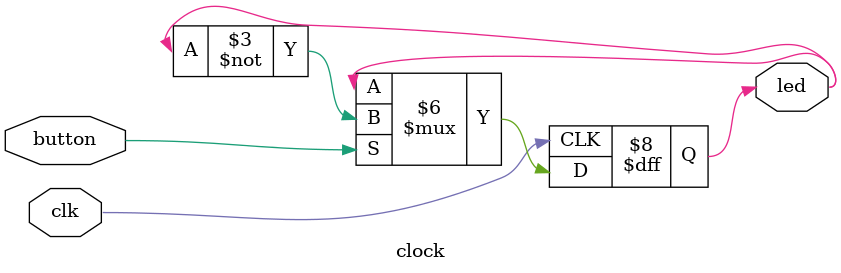
<source format=v>
`timescale 1ns / 1ps

module clock(clk,button,led);
    input clk,button;
    output reg led;
    
    initial led=0;
    
    always @ (posedge clk)
    if(button==1)
    led=~led;
    
endmodule

</source>
